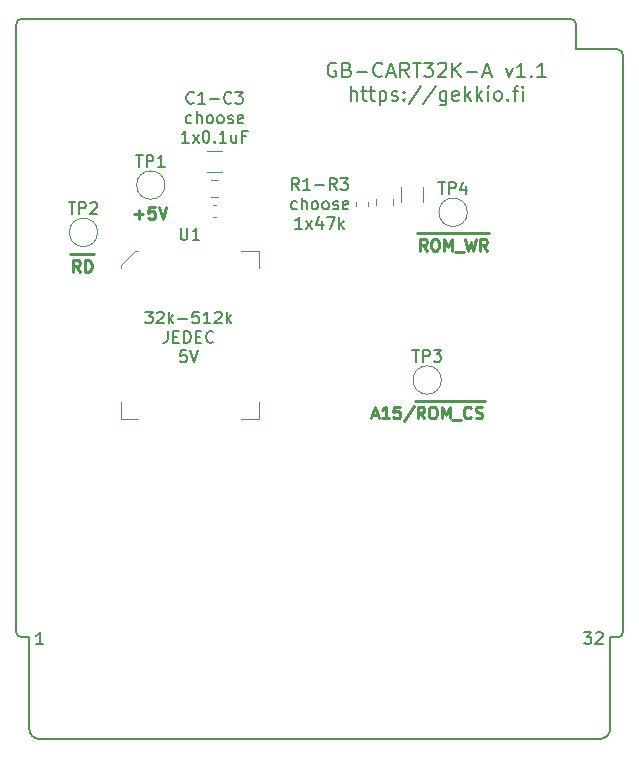
<source format=gbr>
G04 #@! TF.GenerationSoftware,KiCad,Pcbnew,5.1.5-52549c5~84~ubuntu19.10.1*
G04 #@! TF.CreationDate,2020-02-14T19:35:02+02:00*
G04 #@! TF.ProjectId,GB-CART32K-A,47422d43-4152-4543-9332-4b2d412e6b69,v1.1*
G04 #@! TF.SameCoordinates,Original*
G04 #@! TF.FileFunction,Legend,Top*
G04 #@! TF.FilePolarity,Positive*
%FSLAX46Y46*%
G04 Gerber Fmt 4.6, Leading zero omitted, Abs format (unit mm)*
G04 Created by KiCad (PCBNEW 5.1.5-52549c5~84~ubuntu19.10.1) date 2020-02-14 19:35:02*
%MOMM*%
%LPD*%
G04 APERTURE LIST*
%ADD10C,0.150000*%
%ADD11C,0.250000*%
%ADD12C,0.200000*%
%ADD13C,0.120000*%
G04 APERTURE END LIST*
D10*
X85233333Y-63802380D02*
X85852380Y-63802380D01*
X85519047Y-64183333D01*
X85661904Y-64183333D01*
X85757142Y-64230952D01*
X85804761Y-64278571D01*
X85852380Y-64373809D01*
X85852380Y-64611904D01*
X85804761Y-64707142D01*
X85757142Y-64754761D01*
X85661904Y-64802380D01*
X85376190Y-64802380D01*
X85280952Y-64754761D01*
X85233333Y-64707142D01*
X86233333Y-63897619D02*
X86280952Y-63850000D01*
X86376190Y-63802380D01*
X86614285Y-63802380D01*
X86709523Y-63850000D01*
X86757142Y-63897619D01*
X86804761Y-63992857D01*
X86804761Y-64088095D01*
X86757142Y-64230952D01*
X86185714Y-64802380D01*
X86804761Y-64802380D01*
X87233333Y-64802380D02*
X87233333Y-63802380D01*
X87328571Y-64421428D02*
X87614285Y-64802380D01*
X87614285Y-64135714D02*
X87233333Y-64516666D01*
X88042857Y-64421428D02*
X88804761Y-64421428D01*
X89757142Y-63802380D02*
X89280952Y-63802380D01*
X89233333Y-64278571D01*
X89280952Y-64230952D01*
X89376190Y-64183333D01*
X89614285Y-64183333D01*
X89709523Y-64230952D01*
X89757142Y-64278571D01*
X89804761Y-64373809D01*
X89804761Y-64611904D01*
X89757142Y-64707142D01*
X89709523Y-64754761D01*
X89614285Y-64802380D01*
X89376190Y-64802380D01*
X89280952Y-64754761D01*
X89233333Y-64707142D01*
X90757142Y-64802380D02*
X90185714Y-64802380D01*
X90471428Y-64802380D02*
X90471428Y-63802380D01*
X90376190Y-63945238D01*
X90280952Y-64040476D01*
X90185714Y-64088095D01*
X91138095Y-63897619D02*
X91185714Y-63850000D01*
X91280952Y-63802380D01*
X91519047Y-63802380D01*
X91614285Y-63850000D01*
X91661904Y-63897619D01*
X91709523Y-63992857D01*
X91709523Y-64088095D01*
X91661904Y-64230952D01*
X91090476Y-64802380D01*
X91709523Y-64802380D01*
X92138095Y-64802380D02*
X92138095Y-63802380D01*
X92233333Y-64421428D02*
X92519047Y-64802380D01*
X92519047Y-64135714D02*
X92138095Y-64516666D01*
X87138095Y-65452380D02*
X87138095Y-66166666D01*
X87090476Y-66309523D01*
X86995238Y-66404761D01*
X86852380Y-66452380D01*
X86757142Y-66452380D01*
X87614285Y-65928571D02*
X87947619Y-65928571D01*
X88090476Y-66452380D02*
X87614285Y-66452380D01*
X87614285Y-65452380D01*
X88090476Y-65452380D01*
X88519047Y-66452380D02*
X88519047Y-65452380D01*
X88757142Y-65452380D01*
X88900000Y-65500000D01*
X88995238Y-65595238D01*
X89042857Y-65690476D01*
X89090476Y-65880952D01*
X89090476Y-66023809D01*
X89042857Y-66214285D01*
X88995238Y-66309523D01*
X88900000Y-66404761D01*
X88757142Y-66452380D01*
X88519047Y-66452380D01*
X89519047Y-65928571D02*
X89852380Y-65928571D01*
X89995238Y-66452380D02*
X89519047Y-66452380D01*
X89519047Y-65452380D01*
X89995238Y-65452380D01*
X90995238Y-66357142D02*
X90947619Y-66404761D01*
X90804761Y-66452380D01*
X90709523Y-66452380D01*
X90566666Y-66404761D01*
X90471428Y-66309523D01*
X90423809Y-66214285D01*
X90376190Y-66023809D01*
X90376190Y-65880952D01*
X90423809Y-65690476D01*
X90471428Y-65595238D01*
X90566666Y-65500000D01*
X90709523Y-65452380D01*
X90804761Y-65452380D01*
X90947619Y-65500000D01*
X90995238Y-65547619D01*
X88709523Y-67102380D02*
X88233333Y-67102380D01*
X88185714Y-67578571D01*
X88233333Y-67530952D01*
X88328571Y-67483333D01*
X88566666Y-67483333D01*
X88661904Y-67530952D01*
X88709523Y-67578571D01*
X88757142Y-67673809D01*
X88757142Y-67911904D01*
X88709523Y-68007142D01*
X88661904Y-68054761D01*
X88566666Y-68102380D01*
X88328571Y-68102380D01*
X88233333Y-68054761D01*
X88185714Y-68007142D01*
X89042857Y-67102380D02*
X89376190Y-68102380D01*
X89709523Y-67102380D01*
X98238095Y-53502380D02*
X97904761Y-53026190D01*
X97666666Y-53502380D02*
X97666666Y-52502380D01*
X98047619Y-52502380D01*
X98142857Y-52550000D01*
X98190476Y-52597619D01*
X98238095Y-52692857D01*
X98238095Y-52835714D01*
X98190476Y-52930952D01*
X98142857Y-52978571D01*
X98047619Y-53026190D01*
X97666666Y-53026190D01*
X99190476Y-53502380D02*
X98619047Y-53502380D01*
X98904761Y-53502380D02*
X98904761Y-52502380D01*
X98809523Y-52645238D01*
X98714285Y-52740476D01*
X98619047Y-52788095D01*
X99619047Y-53121428D02*
X100380952Y-53121428D01*
X101428571Y-53502380D02*
X101095238Y-53026190D01*
X100857142Y-53502380D02*
X100857142Y-52502380D01*
X101238095Y-52502380D01*
X101333333Y-52550000D01*
X101380952Y-52597619D01*
X101428571Y-52692857D01*
X101428571Y-52835714D01*
X101380952Y-52930952D01*
X101333333Y-52978571D01*
X101238095Y-53026190D01*
X100857142Y-53026190D01*
X101761904Y-52502380D02*
X102380952Y-52502380D01*
X102047619Y-52883333D01*
X102190476Y-52883333D01*
X102285714Y-52930952D01*
X102333333Y-52978571D01*
X102380952Y-53073809D01*
X102380952Y-53311904D01*
X102333333Y-53407142D01*
X102285714Y-53454761D01*
X102190476Y-53502380D01*
X101904761Y-53502380D01*
X101809523Y-53454761D01*
X101761904Y-53407142D01*
X98047619Y-55104761D02*
X97952380Y-55152380D01*
X97761904Y-55152380D01*
X97666666Y-55104761D01*
X97619047Y-55057142D01*
X97571428Y-54961904D01*
X97571428Y-54676190D01*
X97619047Y-54580952D01*
X97666666Y-54533333D01*
X97761904Y-54485714D01*
X97952380Y-54485714D01*
X98047619Y-54533333D01*
X98476190Y-55152380D02*
X98476190Y-54152380D01*
X98904761Y-55152380D02*
X98904761Y-54628571D01*
X98857142Y-54533333D01*
X98761904Y-54485714D01*
X98619047Y-54485714D01*
X98523809Y-54533333D01*
X98476190Y-54580952D01*
X99523809Y-55152380D02*
X99428571Y-55104761D01*
X99380952Y-55057142D01*
X99333333Y-54961904D01*
X99333333Y-54676190D01*
X99380952Y-54580952D01*
X99428571Y-54533333D01*
X99523809Y-54485714D01*
X99666666Y-54485714D01*
X99761904Y-54533333D01*
X99809523Y-54580952D01*
X99857142Y-54676190D01*
X99857142Y-54961904D01*
X99809523Y-55057142D01*
X99761904Y-55104761D01*
X99666666Y-55152380D01*
X99523809Y-55152380D01*
X100428571Y-55152380D02*
X100333333Y-55104761D01*
X100285714Y-55057142D01*
X100238095Y-54961904D01*
X100238095Y-54676190D01*
X100285714Y-54580952D01*
X100333333Y-54533333D01*
X100428571Y-54485714D01*
X100571428Y-54485714D01*
X100666666Y-54533333D01*
X100714285Y-54580952D01*
X100761904Y-54676190D01*
X100761904Y-54961904D01*
X100714285Y-55057142D01*
X100666666Y-55104761D01*
X100571428Y-55152380D01*
X100428571Y-55152380D01*
X101142857Y-55104761D02*
X101238095Y-55152380D01*
X101428571Y-55152380D01*
X101523809Y-55104761D01*
X101571428Y-55009523D01*
X101571428Y-54961904D01*
X101523809Y-54866666D01*
X101428571Y-54819047D01*
X101285714Y-54819047D01*
X101190476Y-54771428D01*
X101142857Y-54676190D01*
X101142857Y-54628571D01*
X101190476Y-54533333D01*
X101285714Y-54485714D01*
X101428571Y-54485714D01*
X101523809Y-54533333D01*
X102380952Y-55104761D02*
X102285714Y-55152380D01*
X102095238Y-55152380D01*
X102000000Y-55104761D01*
X101952380Y-55009523D01*
X101952380Y-54628571D01*
X102000000Y-54533333D01*
X102095238Y-54485714D01*
X102285714Y-54485714D01*
X102380952Y-54533333D01*
X102428571Y-54628571D01*
X102428571Y-54723809D01*
X101952380Y-54819047D01*
X98523809Y-56802380D02*
X97952380Y-56802380D01*
X98238095Y-56802380D02*
X98238095Y-55802380D01*
X98142857Y-55945238D01*
X98047619Y-56040476D01*
X97952380Y-56088095D01*
X98857142Y-56802380D02*
X99380952Y-56135714D01*
X98857142Y-56135714D02*
X99380952Y-56802380D01*
X100190476Y-56135714D02*
X100190476Y-56802380D01*
X99952380Y-55754761D02*
X99714285Y-56469047D01*
X100333333Y-56469047D01*
X100619047Y-55802380D02*
X101285714Y-55802380D01*
X100857142Y-56802380D01*
X101666666Y-56802380D02*
X101666666Y-55802380D01*
X101761904Y-56421428D02*
X102047619Y-56802380D01*
X102047619Y-56135714D02*
X101666666Y-56516666D01*
X89338095Y-46107142D02*
X89290476Y-46154761D01*
X89147619Y-46202380D01*
X89052380Y-46202380D01*
X88909523Y-46154761D01*
X88814285Y-46059523D01*
X88766666Y-45964285D01*
X88719047Y-45773809D01*
X88719047Y-45630952D01*
X88766666Y-45440476D01*
X88814285Y-45345238D01*
X88909523Y-45250000D01*
X89052380Y-45202380D01*
X89147619Y-45202380D01*
X89290476Y-45250000D01*
X89338095Y-45297619D01*
X90290476Y-46202380D02*
X89719047Y-46202380D01*
X90004761Y-46202380D02*
X90004761Y-45202380D01*
X89909523Y-45345238D01*
X89814285Y-45440476D01*
X89719047Y-45488095D01*
X90719047Y-45821428D02*
X91480952Y-45821428D01*
X92528571Y-46107142D02*
X92480952Y-46154761D01*
X92338095Y-46202380D01*
X92242857Y-46202380D01*
X92100000Y-46154761D01*
X92004761Y-46059523D01*
X91957142Y-45964285D01*
X91909523Y-45773809D01*
X91909523Y-45630952D01*
X91957142Y-45440476D01*
X92004761Y-45345238D01*
X92100000Y-45250000D01*
X92242857Y-45202380D01*
X92338095Y-45202380D01*
X92480952Y-45250000D01*
X92528571Y-45297619D01*
X92861904Y-45202380D02*
X93480952Y-45202380D01*
X93147619Y-45583333D01*
X93290476Y-45583333D01*
X93385714Y-45630952D01*
X93433333Y-45678571D01*
X93480952Y-45773809D01*
X93480952Y-46011904D01*
X93433333Y-46107142D01*
X93385714Y-46154761D01*
X93290476Y-46202380D01*
X93004761Y-46202380D01*
X92909523Y-46154761D01*
X92861904Y-46107142D01*
X89147619Y-47804761D02*
X89052380Y-47852380D01*
X88861904Y-47852380D01*
X88766666Y-47804761D01*
X88719047Y-47757142D01*
X88671428Y-47661904D01*
X88671428Y-47376190D01*
X88719047Y-47280952D01*
X88766666Y-47233333D01*
X88861904Y-47185714D01*
X89052380Y-47185714D01*
X89147619Y-47233333D01*
X89576190Y-47852380D02*
X89576190Y-46852380D01*
X90004761Y-47852380D02*
X90004761Y-47328571D01*
X89957142Y-47233333D01*
X89861904Y-47185714D01*
X89719047Y-47185714D01*
X89623809Y-47233333D01*
X89576190Y-47280952D01*
X90623809Y-47852380D02*
X90528571Y-47804761D01*
X90480952Y-47757142D01*
X90433333Y-47661904D01*
X90433333Y-47376190D01*
X90480952Y-47280952D01*
X90528571Y-47233333D01*
X90623809Y-47185714D01*
X90766666Y-47185714D01*
X90861904Y-47233333D01*
X90909523Y-47280952D01*
X90957142Y-47376190D01*
X90957142Y-47661904D01*
X90909523Y-47757142D01*
X90861904Y-47804761D01*
X90766666Y-47852380D01*
X90623809Y-47852380D01*
X91528571Y-47852380D02*
X91433333Y-47804761D01*
X91385714Y-47757142D01*
X91338095Y-47661904D01*
X91338095Y-47376190D01*
X91385714Y-47280952D01*
X91433333Y-47233333D01*
X91528571Y-47185714D01*
X91671428Y-47185714D01*
X91766666Y-47233333D01*
X91814285Y-47280952D01*
X91861904Y-47376190D01*
X91861904Y-47661904D01*
X91814285Y-47757142D01*
X91766666Y-47804761D01*
X91671428Y-47852380D01*
X91528571Y-47852380D01*
X92242857Y-47804761D02*
X92338095Y-47852380D01*
X92528571Y-47852380D01*
X92623809Y-47804761D01*
X92671428Y-47709523D01*
X92671428Y-47661904D01*
X92623809Y-47566666D01*
X92528571Y-47519047D01*
X92385714Y-47519047D01*
X92290476Y-47471428D01*
X92242857Y-47376190D01*
X92242857Y-47328571D01*
X92290476Y-47233333D01*
X92385714Y-47185714D01*
X92528571Y-47185714D01*
X92623809Y-47233333D01*
X93480952Y-47804761D02*
X93385714Y-47852380D01*
X93195238Y-47852380D01*
X93100000Y-47804761D01*
X93052380Y-47709523D01*
X93052380Y-47328571D01*
X93100000Y-47233333D01*
X93195238Y-47185714D01*
X93385714Y-47185714D01*
X93480952Y-47233333D01*
X93528571Y-47328571D01*
X93528571Y-47423809D01*
X93052380Y-47519047D01*
X88909523Y-49502380D02*
X88338095Y-49502380D01*
X88623809Y-49502380D02*
X88623809Y-48502380D01*
X88528571Y-48645238D01*
X88433333Y-48740476D01*
X88338095Y-48788095D01*
X89242857Y-49502380D02*
X89766666Y-48835714D01*
X89242857Y-48835714D02*
X89766666Y-49502380D01*
X90338095Y-48502380D02*
X90433333Y-48502380D01*
X90528571Y-48550000D01*
X90576190Y-48597619D01*
X90623809Y-48692857D01*
X90671428Y-48883333D01*
X90671428Y-49121428D01*
X90623809Y-49311904D01*
X90576190Y-49407142D01*
X90528571Y-49454761D01*
X90433333Y-49502380D01*
X90338095Y-49502380D01*
X90242857Y-49454761D01*
X90195238Y-49407142D01*
X90147619Y-49311904D01*
X90100000Y-49121428D01*
X90100000Y-48883333D01*
X90147619Y-48692857D01*
X90195238Y-48597619D01*
X90242857Y-48550000D01*
X90338095Y-48502380D01*
X91100000Y-49407142D02*
X91147619Y-49454761D01*
X91100000Y-49502380D01*
X91052380Y-49454761D01*
X91100000Y-49407142D01*
X91100000Y-49502380D01*
X92100000Y-49502380D02*
X91528571Y-49502380D01*
X91814285Y-49502380D02*
X91814285Y-48502380D01*
X91719047Y-48645238D01*
X91623809Y-48740476D01*
X91528571Y-48788095D01*
X92957142Y-48835714D02*
X92957142Y-49502380D01*
X92528571Y-48835714D02*
X92528571Y-49359523D01*
X92576190Y-49454761D01*
X92671428Y-49502380D01*
X92814285Y-49502380D01*
X92909523Y-49454761D01*
X92957142Y-49407142D01*
X93766666Y-48978571D02*
X93433333Y-48978571D01*
X93433333Y-49502380D02*
X93433333Y-48502380D01*
X93909523Y-48502380D01*
D11*
X104433333Y-72566666D02*
X104909523Y-72566666D01*
X104338095Y-72852380D02*
X104671428Y-71852380D01*
X105004761Y-72852380D01*
X105861904Y-72852380D02*
X105290476Y-72852380D01*
X105576190Y-72852380D02*
X105576190Y-71852380D01*
X105480952Y-71995238D01*
X105385714Y-72090476D01*
X105290476Y-72138095D01*
X106766666Y-71852380D02*
X106290476Y-71852380D01*
X106242857Y-72328571D01*
X106290476Y-72280952D01*
X106385714Y-72233333D01*
X106623809Y-72233333D01*
X106719047Y-72280952D01*
X106766666Y-72328571D01*
X106814285Y-72423809D01*
X106814285Y-72661904D01*
X106766666Y-72757142D01*
X106719047Y-72804761D01*
X106623809Y-72852380D01*
X106385714Y-72852380D01*
X106290476Y-72804761D01*
X106242857Y-72757142D01*
X107957142Y-71804761D02*
X107100000Y-73090476D01*
X108052380Y-71355000D02*
X109052380Y-71355000D01*
X108861904Y-72852380D02*
X108528571Y-72376190D01*
X108290476Y-72852380D02*
X108290476Y-71852380D01*
X108671428Y-71852380D01*
X108766666Y-71900000D01*
X108814285Y-71947619D01*
X108861904Y-72042857D01*
X108861904Y-72185714D01*
X108814285Y-72280952D01*
X108766666Y-72328571D01*
X108671428Y-72376190D01*
X108290476Y-72376190D01*
X109052380Y-71355000D02*
X110100000Y-71355000D01*
X109480952Y-71852380D02*
X109671428Y-71852380D01*
X109766666Y-71900000D01*
X109861904Y-71995238D01*
X109909523Y-72185714D01*
X109909523Y-72519047D01*
X109861904Y-72709523D01*
X109766666Y-72804761D01*
X109671428Y-72852380D01*
X109480952Y-72852380D01*
X109385714Y-72804761D01*
X109290476Y-72709523D01*
X109242857Y-72519047D01*
X109242857Y-72185714D01*
X109290476Y-71995238D01*
X109385714Y-71900000D01*
X109480952Y-71852380D01*
X110100000Y-71355000D02*
X111242857Y-71355000D01*
X110338095Y-72852380D02*
X110338095Y-71852380D01*
X110671428Y-72566666D01*
X111004761Y-71852380D01*
X111004761Y-72852380D01*
X111242857Y-71355000D02*
X112004761Y-71355000D01*
X111242857Y-72947619D02*
X112004761Y-72947619D01*
X112004761Y-71355000D02*
X113004761Y-71355000D01*
X112814285Y-72757142D02*
X112766666Y-72804761D01*
X112623809Y-72852380D01*
X112528571Y-72852380D01*
X112385714Y-72804761D01*
X112290476Y-72709523D01*
X112242857Y-72614285D01*
X112195238Y-72423809D01*
X112195238Y-72280952D01*
X112242857Y-72090476D01*
X112290476Y-71995238D01*
X112385714Y-71900000D01*
X112528571Y-71852380D01*
X112623809Y-71852380D01*
X112766666Y-71900000D01*
X112814285Y-71947619D01*
X113004761Y-71355000D02*
X113957142Y-71355000D01*
X113195238Y-72804761D02*
X113338095Y-72852380D01*
X113576190Y-72852380D01*
X113671428Y-72804761D01*
X113719047Y-72757142D01*
X113766666Y-72661904D01*
X113766666Y-72566666D01*
X113719047Y-72471428D01*
X113671428Y-72423809D01*
X113576190Y-72376190D01*
X113385714Y-72328571D01*
X113290476Y-72280952D01*
X113242857Y-72233333D01*
X113195238Y-72138095D01*
X113195238Y-72042857D01*
X113242857Y-71947619D01*
X113290476Y-71900000D01*
X113385714Y-71852380D01*
X113623809Y-71852380D01*
X113766666Y-71900000D01*
X108252380Y-57155000D02*
X109252380Y-57155000D01*
X109061904Y-58652380D02*
X108728571Y-58176190D01*
X108490476Y-58652380D02*
X108490476Y-57652380D01*
X108871428Y-57652380D01*
X108966666Y-57700000D01*
X109014285Y-57747619D01*
X109061904Y-57842857D01*
X109061904Y-57985714D01*
X109014285Y-58080952D01*
X108966666Y-58128571D01*
X108871428Y-58176190D01*
X108490476Y-58176190D01*
X109252380Y-57155000D02*
X110300000Y-57155000D01*
X109680952Y-57652380D02*
X109871428Y-57652380D01*
X109966666Y-57700000D01*
X110061904Y-57795238D01*
X110109523Y-57985714D01*
X110109523Y-58319047D01*
X110061904Y-58509523D01*
X109966666Y-58604761D01*
X109871428Y-58652380D01*
X109680952Y-58652380D01*
X109585714Y-58604761D01*
X109490476Y-58509523D01*
X109442857Y-58319047D01*
X109442857Y-57985714D01*
X109490476Y-57795238D01*
X109585714Y-57700000D01*
X109680952Y-57652380D01*
X110300000Y-57155000D02*
X111442857Y-57155000D01*
X110538095Y-58652380D02*
X110538095Y-57652380D01*
X110871428Y-58366666D01*
X111204761Y-57652380D01*
X111204761Y-58652380D01*
X111442857Y-57155000D02*
X112204761Y-57155000D01*
X111442857Y-58747619D02*
X112204761Y-58747619D01*
X112204761Y-57155000D02*
X113347619Y-57155000D01*
X112347619Y-57652380D02*
X112585714Y-58652380D01*
X112776190Y-57938095D01*
X112966666Y-58652380D01*
X113204761Y-57652380D01*
X113347619Y-57155000D02*
X114347619Y-57155000D01*
X114157142Y-58652380D02*
X113823809Y-58176190D01*
X113585714Y-58652380D02*
X113585714Y-57652380D01*
X113966666Y-57652380D01*
X114061904Y-57700000D01*
X114109523Y-57747619D01*
X114157142Y-57842857D01*
X114157142Y-57985714D01*
X114109523Y-58080952D01*
X114061904Y-58128571D01*
X113966666Y-58176190D01*
X113585714Y-58176190D01*
X78900000Y-58955000D02*
X79900000Y-58955000D01*
X79709523Y-60452380D02*
X79376190Y-59976190D01*
X79138095Y-60452380D02*
X79138095Y-59452380D01*
X79519047Y-59452380D01*
X79614285Y-59500000D01*
X79661904Y-59547619D01*
X79709523Y-59642857D01*
X79709523Y-59785714D01*
X79661904Y-59880952D01*
X79614285Y-59928571D01*
X79519047Y-59976190D01*
X79138095Y-59976190D01*
X79900000Y-58955000D02*
X80900000Y-58955000D01*
X80138095Y-60452380D02*
X80138095Y-59452380D01*
X80376190Y-59452380D01*
X80519047Y-59500000D01*
X80614285Y-59595238D01*
X80661904Y-59690476D01*
X80709523Y-59880952D01*
X80709523Y-60023809D01*
X80661904Y-60214285D01*
X80614285Y-60309523D01*
X80519047Y-60404761D01*
X80376190Y-60452380D01*
X80138095Y-60452380D01*
X84314285Y-55571428D02*
X85076190Y-55571428D01*
X84695238Y-55952380D02*
X84695238Y-55190476D01*
X86028571Y-54952380D02*
X85552380Y-54952380D01*
X85504761Y-55428571D01*
X85552380Y-55380952D01*
X85647619Y-55333333D01*
X85885714Y-55333333D01*
X85980952Y-55380952D01*
X86028571Y-55428571D01*
X86076190Y-55523809D01*
X86076190Y-55761904D01*
X86028571Y-55857142D01*
X85980952Y-55904761D01*
X85885714Y-55952380D01*
X85647619Y-55952380D01*
X85552380Y-55904761D01*
X85504761Y-55857142D01*
X86361904Y-54952380D02*
X86695238Y-55952380D01*
X87028571Y-54952380D01*
D10*
X74800000Y-91400000D02*
G75*
G02X74300000Y-90900000I0J500000D01*
G01*
X74300000Y-39500000D02*
G75*
G02X74800000Y-39000000I500000J0D01*
G01*
X121200000Y-39000000D02*
G75*
G02X121700000Y-39500000I0J-500000D01*
G01*
X125200000Y-41600000D02*
G75*
G02X125700000Y-42100000I0J-500000D01*
G01*
X125700000Y-90900000D02*
G75*
G02X125200000Y-91400000I-500000J0D01*
G01*
X76300000Y-100000000D02*
G75*
G02X75400000Y-99100000I0J900000D01*
G01*
X124600000Y-99100000D02*
G75*
G02X123700000Y-100000000I-900000J0D01*
G01*
D12*
X101357142Y-42800000D02*
X101242857Y-42742857D01*
X101071428Y-42742857D01*
X100899999Y-42800000D01*
X100785714Y-42914285D01*
X100728571Y-43028571D01*
X100671428Y-43257142D01*
X100671428Y-43428571D01*
X100728571Y-43657142D01*
X100785714Y-43771428D01*
X100899999Y-43885714D01*
X101071428Y-43942857D01*
X101185714Y-43942857D01*
X101357142Y-43885714D01*
X101414285Y-43828571D01*
X101414285Y-43428571D01*
X101185714Y-43428571D01*
X102328571Y-43314285D02*
X102499999Y-43371428D01*
X102557142Y-43428571D01*
X102614285Y-43542857D01*
X102614285Y-43714285D01*
X102557142Y-43828571D01*
X102499999Y-43885714D01*
X102385714Y-43942857D01*
X101928571Y-43942857D01*
X101928571Y-42742857D01*
X102328571Y-42742857D01*
X102442857Y-42800000D01*
X102499999Y-42857142D01*
X102557142Y-42971428D01*
X102557142Y-43085714D01*
X102499999Y-43200000D01*
X102442857Y-43257142D01*
X102328571Y-43314285D01*
X101928571Y-43314285D01*
X103128571Y-43485714D02*
X104042857Y-43485714D01*
X105299999Y-43828571D02*
X105242857Y-43885714D01*
X105071428Y-43942857D01*
X104957142Y-43942857D01*
X104785714Y-43885714D01*
X104671428Y-43771428D01*
X104614285Y-43657142D01*
X104557142Y-43428571D01*
X104557142Y-43257142D01*
X104614285Y-43028571D01*
X104671428Y-42914285D01*
X104785714Y-42800000D01*
X104957142Y-42742857D01*
X105071428Y-42742857D01*
X105242857Y-42800000D01*
X105299999Y-42857142D01*
X105757142Y-43600000D02*
X106328571Y-43600000D01*
X105642857Y-43942857D02*
X106042857Y-42742857D01*
X106442857Y-43942857D01*
X107528571Y-43942857D02*
X107128571Y-43371428D01*
X106842857Y-43942857D02*
X106842857Y-42742857D01*
X107299999Y-42742857D01*
X107414285Y-42800000D01*
X107471428Y-42857142D01*
X107528571Y-42971428D01*
X107528571Y-43142857D01*
X107471428Y-43257142D01*
X107414285Y-43314285D01*
X107299999Y-43371428D01*
X106842857Y-43371428D01*
X107871428Y-42742857D02*
X108557142Y-42742857D01*
X108214285Y-43942857D02*
X108214285Y-42742857D01*
X108842857Y-42742857D02*
X109585714Y-42742857D01*
X109185714Y-43200000D01*
X109357142Y-43200000D01*
X109471428Y-43257142D01*
X109528571Y-43314285D01*
X109585714Y-43428571D01*
X109585714Y-43714285D01*
X109528571Y-43828571D01*
X109471428Y-43885714D01*
X109357142Y-43942857D01*
X109014285Y-43942857D01*
X108899999Y-43885714D01*
X108842857Y-43828571D01*
X110042857Y-42857142D02*
X110099999Y-42800000D01*
X110214285Y-42742857D01*
X110499999Y-42742857D01*
X110614285Y-42800000D01*
X110671428Y-42857142D01*
X110728571Y-42971428D01*
X110728571Y-43085714D01*
X110671428Y-43257142D01*
X109985714Y-43942857D01*
X110728571Y-43942857D01*
X111242857Y-43942857D02*
X111242857Y-42742857D01*
X111928571Y-43942857D02*
X111414285Y-43257142D01*
X111928571Y-42742857D02*
X111242857Y-43428571D01*
X112442857Y-43485714D02*
X113357142Y-43485714D01*
X113871428Y-43600000D02*
X114442857Y-43600000D01*
X113757142Y-43942857D02*
X114157142Y-42742857D01*
X114557142Y-43942857D01*
X115757142Y-43142857D02*
X116042857Y-43942857D01*
X116328571Y-43142857D01*
X117414285Y-43942857D02*
X116728571Y-43942857D01*
X117071428Y-43942857D02*
X117071428Y-42742857D01*
X116957142Y-42914285D01*
X116842857Y-43028571D01*
X116728571Y-43085714D01*
X117928571Y-43828571D02*
X117985714Y-43885714D01*
X117928571Y-43942857D01*
X117871428Y-43885714D01*
X117928571Y-43828571D01*
X117928571Y-43942857D01*
X119128571Y-43942857D02*
X118442857Y-43942857D01*
X118785714Y-43942857D02*
X118785714Y-42742857D01*
X118671428Y-42914285D01*
X118557142Y-43028571D01*
X118442857Y-43085714D01*
X102614285Y-45942857D02*
X102614285Y-44742857D01*
X103128571Y-45942857D02*
X103128571Y-45314285D01*
X103071428Y-45200000D01*
X102957142Y-45142857D01*
X102785714Y-45142857D01*
X102671428Y-45200000D01*
X102614285Y-45257142D01*
X103528571Y-45142857D02*
X103985714Y-45142857D01*
X103700000Y-44742857D02*
X103700000Y-45771428D01*
X103757142Y-45885714D01*
X103871428Y-45942857D01*
X103985714Y-45942857D01*
X104214285Y-45142857D02*
X104671428Y-45142857D01*
X104385714Y-44742857D02*
X104385714Y-45771428D01*
X104442857Y-45885714D01*
X104557142Y-45942857D01*
X104671428Y-45942857D01*
X105071428Y-45142857D02*
X105071428Y-46342857D01*
X105071428Y-45200000D02*
X105185714Y-45142857D01*
X105414285Y-45142857D01*
X105528571Y-45200000D01*
X105585714Y-45257142D01*
X105642857Y-45371428D01*
X105642857Y-45714285D01*
X105585714Y-45828571D01*
X105528571Y-45885714D01*
X105414285Y-45942857D01*
X105185714Y-45942857D01*
X105071428Y-45885714D01*
X106100000Y-45885714D02*
X106214285Y-45942857D01*
X106442857Y-45942857D01*
X106557142Y-45885714D01*
X106614285Y-45771428D01*
X106614285Y-45714285D01*
X106557142Y-45600000D01*
X106442857Y-45542857D01*
X106271428Y-45542857D01*
X106157142Y-45485714D01*
X106100000Y-45371428D01*
X106100000Y-45314285D01*
X106157142Y-45200000D01*
X106271428Y-45142857D01*
X106442857Y-45142857D01*
X106557142Y-45200000D01*
X107128571Y-45828571D02*
X107185714Y-45885714D01*
X107128571Y-45942857D01*
X107071428Y-45885714D01*
X107128571Y-45828571D01*
X107128571Y-45942857D01*
X107128571Y-45200000D02*
X107185714Y-45257142D01*
X107128571Y-45314285D01*
X107071428Y-45257142D01*
X107128571Y-45200000D01*
X107128571Y-45314285D01*
X108557142Y-44685714D02*
X107528571Y-46228571D01*
X109814285Y-44685714D02*
X108785714Y-46228571D01*
X110728571Y-45142857D02*
X110728571Y-46114285D01*
X110671428Y-46228571D01*
X110614285Y-46285714D01*
X110500000Y-46342857D01*
X110328571Y-46342857D01*
X110214285Y-46285714D01*
X110728571Y-45885714D02*
X110614285Y-45942857D01*
X110385714Y-45942857D01*
X110271428Y-45885714D01*
X110214285Y-45828571D01*
X110157142Y-45714285D01*
X110157142Y-45371428D01*
X110214285Y-45257142D01*
X110271428Y-45200000D01*
X110385714Y-45142857D01*
X110614285Y-45142857D01*
X110728571Y-45200000D01*
X111757142Y-45885714D02*
X111642857Y-45942857D01*
X111414285Y-45942857D01*
X111300000Y-45885714D01*
X111242857Y-45771428D01*
X111242857Y-45314285D01*
X111300000Y-45200000D01*
X111414285Y-45142857D01*
X111642857Y-45142857D01*
X111757142Y-45200000D01*
X111814285Y-45314285D01*
X111814285Y-45428571D01*
X111242857Y-45542857D01*
X112328571Y-45942857D02*
X112328571Y-44742857D01*
X112442857Y-45485714D02*
X112785714Y-45942857D01*
X112785714Y-45142857D02*
X112328571Y-45600000D01*
X113300000Y-45942857D02*
X113300000Y-44742857D01*
X113414285Y-45485714D02*
X113757142Y-45942857D01*
X113757142Y-45142857D02*
X113300000Y-45600000D01*
X114271428Y-45942857D02*
X114271428Y-45142857D01*
X114271428Y-44742857D02*
X114214285Y-44800000D01*
X114271428Y-44857142D01*
X114328571Y-44800000D01*
X114271428Y-44742857D01*
X114271428Y-44857142D01*
X115014285Y-45942857D02*
X114900000Y-45885714D01*
X114842857Y-45828571D01*
X114785714Y-45714285D01*
X114785714Y-45371428D01*
X114842857Y-45257142D01*
X114900000Y-45200000D01*
X115014285Y-45142857D01*
X115185714Y-45142857D01*
X115300000Y-45200000D01*
X115357142Y-45257142D01*
X115414285Y-45371428D01*
X115414285Y-45714285D01*
X115357142Y-45828571D01*
X115300000Y-45885714D01*
X115185714Y-45942857D01*
X115014285Y-45942857D01*
X115928571Y-45828571D02*
X115985714Y-45885714D01*
X115928571Y-45942857D01*
X115871428Y-45885714D01*
X115928571Y-45828571D01*
X115928571Y-45942857D01*
X116328571Y-45142857D02*
X116785714Y-45142857D01*
X116500000Y-45942857D02*
X116500000Y-44914285D01*
X116557142Y-44800000D01*
X116671428Y-44742857D01*
X116785714Y-44742857D01*
X117185714Y-45942857D02*
X117185714Y-45142857D01*
X117185714Y-44742857D02*
X117128571Y-44800000D01*
X117185714Y-44857142D01*
X117242857Y-44800000D01*
X117185714Y-44742857D01*
X117185714Y-44857142D01*
D10*
X121700000Y-39500000D02*
X121700000Y-41600000D01*
X74800000Y-39000000D02*
X121200000Y-39000000D01*
X125200000Y-41600000D02*
X121700000Y-41600000D01*
X74300000Y-90900000D02*
X74300000Y-39500000D01*
X75400000Y-91400000D02*
X74800000Y-91400000D01*
X75400000Y-99100000D02*
X75400000Y-91400000D01*
X125700000Y-90900000D02*
X125700000Y-42100000D01*
X124600000Y-91400000D02*
X125200000Y-91400000D01*
X124600000Y-99100000D02*
X124600000Y-91400000D01*
X76300000Y-100000000D02*
X123700000Y-100000000D01*
D13*
X112500000Y-55400000D02*
G75*
G03X112500000Y-55400000I-1200000J0D01*
G01*
X110300000Y-69600000D02*
G75*
G03X110300000Y-69600000I-1200000J0D01*
G01*
X81200000Y-57100000D02*
G75*
G03X81200000Y-57100000I-1200000J0D01*
G01*
X86900000Y-53100000D02*
G75*
G03X86900000Y-53100000I-1200000J0D01*
G01*
X83175000Y-59877218D02*
X83175000Y-60160000D01*
X84347218Y-58705000D02*
X83175000Y-59877218D01*
X84630000Y-58705000D02*
X84347218Y-58705000D01*
X94825000Y-72895000D02*
X94825000Y-71440000D01*
X93370000Y-72895000D02*
X94825000Y-72895000D01*
X83175000Y-72895000D02*
X83175000Y-71440000D01*
X84630000Y-72895000D02*
X83175000Y-72895000D01*
X94825000Y-58705000D02*
X94825000Y-60160000D01*
X93370000Y-58705000D02*
X94825000Y-58705000D01*
X106890000Y-53297936D02*
X106890000Y-54502064D01*
X108710000Y-53297936D02*
X108710000Y-54502064D01*
X104790000Y-54241422D02*
X104790000Y-54758578D01*
X106210000Y-54241422D02*
X106210000Y-54758578D01*
X103090000Y-54537221D02*
X103090000Y-54862779D01*
X104110000Y-54537221D02*
X104110000Y-54862779D01*
X90497936Y-52010000D02*
X91702064Y-52010000D01*
X90497936Y-50190000D02*
X91702064Y-50190000D01*
X90841422Y-54110000D02*
X91358578Y-54110000D01*
X90841422Y-52690000D02*
X91358578Y-52690000D01*
X90937221Y-55810000D02*
X91262779Y-55810000D01*
X90937221Y-54790000D02*
X91262779Y-54790000D01*
D10*
X110038095Y-52854380D02*
X110609523Y-52854380D01*
X110323809Y-53854380D02*
X110323809Y-52854380D01*
X110942857Y-53854380D02*
X110942857Y-52854380D01*
X111323809Y-52854380D01*
X111419047Y-52902000D01*
X111466666Y-52949619D01*
X111514285Y-53044857D01*
X111514285Y-53187714D01*
X111466666Y-53282952D01*
X111419047Y-53330571D01*
X111323809Y-53378190D01*
X110942857Y-53378190D01*
X112371428Y-53187714D02*
X112371428Y-53854380D01*
X112133333Y-52806761D02*
X111895238Y-53521047D01*
X112514285Y-53521047D01*
X107838095Y-67054380D02*
X108409523Y-67054380D01*
X108123809Y-68054380D02*
X108123809Y-67054380D01*
X108742857Y-68054380D02*
X108742857Y-67054380D01*
X109123809Y-67054380D01*
X109219047Y-67102000D01*
X109266666Y-67149619D01*
X109314285Y-67244857D01*
X109314285Y-67387714D01*
X109266666Y-67482952D01*
X109219047Y-67530571D01*
X109123809Y-67578190D01*
X108742857Y-67578190D01*
X109647619Y-67054380D02*
X110266666Y-67054380D01*
X109933333Y-67435333D01*
X110076190Y-67435333D01*
X110171428Y-67482952D01*
X110219047Y-67530571D01*
X110266666Y-67625809D01*
X110266666Y-67863904D01*
X110219047Y-67959142D01*
X110171428Y-68006761D01*
X110076190Y-68054380D01*
X109790476Y-68054380D01*
X109695238Y-68006761D01*
X109647619Y-67959142D01*
X78738095Y-54554380D02*
X79309523Y-54554380D01*
X79023809Y-55554380D02*
X79023809Y-54554380D01*
X79642857Y-55554380D02*
X79642857Y-54554380D01*
X80023809Y-54554380D01*
X80119047Y-54602000D01*
X80166666Y-54649619D01*
X80214285Y-54744857D01*
X80214285Y-54887714D01*
X80166666Y-54982952D01*
X80119047Y-55030571D01*
X80023809Y-55078190D01*
X79642857Y-55078190D01*
X80595238Y-54649619D02*
X80642857Y-54602000D01*
X80738095Y-54554380D01*
X80976190Y-54554380D01*
X81071428Y-54602000D01*
X81119047Y-54649619D01*
X81166666Y-54744857D01*
X81166666Y-54840095D01*
X81119047Y-54982952D01*
X80547619Y-55554380D01*
X81166666Y-55554380D01*
X84438095Y-50554380D02*
X85009523Y-50554380D01*
X84723809Y-51554380D02*
X84723809Y-50554380D01*
X85342857Y-51554380D02*
X85342857Y-50554380D01*
X85723809Y-50554380D01*
X85819047Y-50602000D01*
X85866666Y-50649619D01*
X85914285Y-50744857D01*
X85914285Y-50887714D01*
X85866666Y-50982952D01*
X85819047Y-51030571D01*
X85723809Y-51078190D01*
X85342857Y-51078190D01*
X86866666Y-51554380D02*
X86295238Y-51554380D01*
X86580952Y-51554380D02*
X86580952Y-50554380D01*
X86485714Y-50697238D01*
X86390476Y-50792476D01*
X86295238Y-50840095D01*
X88238095Y-56732380D02*
X88238095Y-57541904D01*
X88285714Y-57637142D01*
X88333333Y-57684761D01*
X88428571Y-57732380D01*
X88619047Y-57732380D01*
X88714285Y-57684761D01*
X88761904Y-57637142D01*
X88809523Y-57541904D01*
X88809523Y-56732380D01*
X89809523Y-57732380D02*
X89238095Y-57732380D01*
X89523809Y-57732380D02*
X89523809Y-56732380D01*
X89428571Y-56875238D01*
X89333333Y-56970476D01*
X89238095Y-57018095D01*
X76585714Y-91952380D02*
X76014285Y-91952380D01*
X76300000Y-91952380D02*
X76300000Y-90952380D01*
X76204761Y-91095238D01*
X76109523Y-91190476D01*
X76014285Y-91238095D01*
X122390476Y-90952380D02*
X123009523Y-90952380D01*
X122676190Y-91333333D01*
X122819047Y-91333333D01*
X122914285Y-91380952D01*
X122961904Y-91428571D01*
X123009523Y-91523809D01*
X123009523Y-91761904D01*
X122961904Y-91857142D01*
X122914285Y-91904761D01*
X122819047Y-91952380D01*
X122533333Y-91952380D01*
X122438095Y-91904761D01*
X122390476Y-91857142D01*
X123390476Y-91047619D02*
X123438095Y-91000000D01*
X123533333Y-90952380D01*
X123771428Y-90952380D01*
X123866666Y-91000000D01*
X123914285Y-91047619D01*
X123961904Y-91142857D01*
X123961904Y-91238095D01*
X123914285Y-91380952D01*
X123342857Y-91952380D01*
X123961904Y-91952380D01*
M02*

</source>
